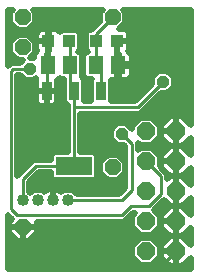
<source format=gbl>
G75*
%MOIN*%
%OFA0B0*%
%FSLAX25Y25*%
%IPPOS*%
%LPD*%
%AMOC8*
5,1,8,0,0,1.08239X$1,22.5*
%
%ADD10C,0.04000*%
%ADD11OC8,0.06000*%
%ADD12R,0.03300X0.06300*%
%ADD13R,0.12200X0.06300*%
%ADD14R,0.04134X0.04252*%
%ADD15R,0.05118X0.05906*%
%ADD16OC8,0.05200*%
%ADD17C,0.01000*%
%ADD18OC8,0.04134*%
%ADD19C,0.01969*%
D10*
X0009351Y0026984D03*
X0014351Y0026984D03*
X0019351Y0026984D03*
X0024351Y0026984D03*
D11*
X0050351Y0029984D03*
X0050351Y0019984D03*
X0050351Y0009984D03*
X0060351Y0009984D03*
X0060351Y0019984D03*
X0060351Y0029984D03*
X0060351Y0039984D03*
X0060351Y0049984D03*
X0050351Y0049984D03*
X0050351Y0039984D03*
D12*
X0035451Y0063584D03*
X0026351Y0063584D03*
X0017251Y0063584D03*
D13*
X0026351Y0038384D03*
D14*
X0024796Y0079984D03*
X0017906Y0079984D03*
X0033906Y0079984D03*
X0040796Y0079984D03*
D15*
X0041091Y0071984D03*
X0033611Y0071984D03*
X0025091Y0071984D03*
X0017611Y0071984D03*
D16*
X0009351Y0077984D03*
X0009351Y0087984D03*
X0039351Y0087984D03*
X0039351Y0037984D03*
X0009351Y0017984D03*
D17*
X0009351Y0010984D01*
X0015351Y0004984D01*
X0055351Y0004984D01*
X0060351Y0009984D01*
X0060351Y0019984D01*
X0060351Y0029984D01*
X0060351Y0039984D01*
X0060351Y0049984D01*
X0060351Y0068984D01*
X0057351Y0071984D01*
X0041091Y0071984D01*
X0041091Y0079689D01*
X0045056Y0079689D01*
X0046351Y0080984D01*
X0046351Y0083984D01*
X0041091Y0079689D02*
X0040796Y0079984D01*
X0035851Y0084484D02*
X0039351Y0087984D01*
X0035851Y0084484D02*
X0033906Y0082539D01*
X0033906Y0079984D01*
X0033611Y0079689D01*
X0033611Y0071984D01*
X0035451Y0070144D01*
X0035451Y0063584D01*
X0026351Y0063584D02*
X0026351Y0057984D01*
X0047611Y0057984D01*
X0056056Y0066429D01*
X0042351Y0048984D02*
X0045651Y0045684D01*
X0045651Y0030284D01*
X0042351Y0026984D01*
X0024351Y0026984D01*
X0026351Y0038384D02*
X0013751Y0038384D01*
X0009351Y0033984D01*
X0009351Y0026984D01*
X0005351Y0023984D02*
X0007351Y0021984D01*
X0042351Y0021984D01*
X0045351Y0024984D01*
X0051351Y0024984D01*
X0055351Y0028984D01*
X0055351Y0034984D01*
X0050351Y0039984D01*
X0026351Y0038384D02*
X0026351Y0057984D01*
X0022351Y0056984D02*
X0018351Y0056984D01*
X0017251Y0058084D01*
X0017251Y0063584D01*
X0017251Y0071624D01*
X0017611Y0071984D01*
X0017611Y0079689D01*
X0017906Y0079984D01*
X0018351Y0080429D01*
X0018351Y0084984D01*
X0024796Y0079984D02*
X0025091Y0079689D01*
X0025091Y0071984D01*
X0025091Y0064844D01*
X0026351Y0063584D01*
X0011612Y0070767D02*
X0006134Y0070767D01*
X0005351Y0069984D01*
X0005351Y0023984D01*
D18*
X0022351Y0056984D03*
X0011612Y0070767D03*
X0018351Y0084984D03*
X0042351Y0048984D03*
X0056056Y0066429D03*
X0046351Y0083984D03*
D19*
X0004304Y0022084D02*
X0004304Y0003968D01*
X0065296Y0003968D01*
X0065296Y0007880D01*
X0062416Y0005000D01*
X0060367Y0005000D01*
X0060367Y0009968D01*
X0060335Y0009968D01*
X0060335Y0005000D01*
X0058286Y0005000D01*
X0055367Y0007920D01*
X0055367Y0009968D01*
X0060335Y0009968D01*
X0060335Y0010000D01*
X0055367Y0010000D01*
X0055367Y0012049D01*
X0058286Y0014968D01*
X0060335Y0014968D01*
X0060335Y0010000D01*
X0060367Y0010000D01*
X0060367Y0014968D01*
X0062416Y0014968D01*
X0065296Y0012088D01*
X0065296Y0017880D01*
X0062416Y0015000D01*
X0060367Y0015000D01*
X0060367Y0019968D01*
X0060335Y0019968D01*
X0060335Y0015000D01*
X0058286Y0015000D01*
X0055367Y0017920D01*
X0055367Y0019968D01*
X0060335Y0019968D01*
X0060335Y0020000D01*
X0055367Y0020000D01*
X0055367Y0022049D01*
X0058286Y0024968D01*
X0060335Y0024968D01*
X0060335Y0020000D01*
X0060367Y0020000D01*
X0060367Y0024968D01*
X0062416Y0024968D01*
X0065296Y0022088D01*
X0065296Y0027880D01*
X0062416Y0025000D01*
X0060367Y0025000D01*
X0060367Y0029968D01*
X0060335Y0029968D01*
X0060335Y0025000D01*
X0058286Y0025000D01*
X0056300Y0026986D01*
X0053435Y0024121D01*
X0053066Y0023752D01*
X0054935Y0021883D01*
X0054935Y0018085D01*
X0052250Y0015400D01*
X0048452Y0015400D01*
X0045767Y0018085D01*
X0045767Y0021883D01*
X0046784Y0022900D01*
X0046214Y0022900D01*
X0044435Y0021121D01*
X0043214Y0019900D01*
X0013918Y0019900D01*
X0013935Y0019883D01*
X0013935Y0017984D01*
X0009351Y0017984D01*
X0009351Y0017984D01*
X0009351Y0013400D01*
X0007452Y0013400D01*
X0004767Y0016085D01*
X0004767Y0017984D01*
X0009351Y0017984D01*
X0009351Y0013400D01*
X0011250Y0013400D01*
X0013935Y0016085D01*
X0013935Y0017984D01*
X0009351Y0017984D01*
X0009351Y0017984D01*
X0009351Y0017984D01*
X0004767Y0017984D01*
X0004767Y0019883D01*
X0005636Y0020752D01*
X0004488Y0021900D01*
X0004304Y0022084D01*
X0004304Y0021654D02*
X0004733Y0021654D01*
X0004767Y0019687D02*
X0004304Y0019687D01*
X0004304Y0017720D02*
X0004767Y0017720D01*
X0005099Y0015753D02*
X0004304Y0015753D01*
X0004304Y0013786D02*
X0007066Y0013786D01*
X0009351Y0013786D02*
X0009351Y0013786D01*
X0009351Y0015753D02*
X0009351Y0015753D01*
X0009351Y0017720D02*
X0009351Y0017720D01*
X0011636Y0013786D02*
X0047670Y0013786D01*
X0048452Y0014568D02*
X0045767Y0011883D01*
X0045767Y0008085D01*
X0048452Y0005400D01*
X0052250Y0005400D01*
X0054935Y0008085D01*
X0054935Y0011883D01*
X0052250Y0014568D01*
X0048452Y0014568D01*
X0048099Y0015753D02*
X0013603Y0015753D01*
X0013935Y0017720D02*
X0046132Y0017720D01*
X0045767Y0019687D02*
X0013935Y0019687D01*
X0019351Y0026984D02*
X0019351Y0030968D01*
X0018959Y0030968D01*
X0018189Y0030815D01*
X0017464Y0030515D01*
X0016811Y0030079D01*
X0016568Y0029836D01*
X0016381Y0030023D01*
X0015064Y0030568D01*
X0013638Y0030568D01*
X0012321Y0030023D01*
X0011851Y0029553D01*
X0011435Y0029969D01*
X0011435Y0033121D01*
X0014614Y0036300D01*
X0018667Y0036300D01*
X0018667Y0034578D01*
X0019595Y0033650D01*
X0033107Y0033650D01*
X0034035Y0034578D01*
X0034035Y0042190D01*
X0033107Y0043118D01*
X0028435Y0043118D01*
X0028435Y0055900D01*
X0048474Y0055900D01*
X0049695Y0057121D01*
X0055352Y0062778D01*
X0057568Y0062778D01*
X0059707Y0064917D01*
X0059707Y0067941D01*
X0057568Y0070080D01*
X0054543Y0070080D01*
X0052405Y0067941D01*
X0052405Y0065726D01*
X0046748Y0060068D01*
X0038685Y0060068D01*
X0038685Y0067047D01*
X0040796Y0067047D01*
X0040796Y0071689D01*
X0041386Y0071689D01*
X0041386Y0067047D01*
X0043911Y0067047D01*
X0044416Y0067182D01*
X0044869Y0067444D01*
X0045238Y0067813D01*
X0045499Y0068266D01*
X0045634Y0068770D01*
X0045634Y0071689D01*
X0041387Y0071689D01*
X0041387Y0072280D01*
X0041386Y0072280D02*
X0040796Y0072280D01*
X0040796Y0076921D01*
X0040747Y0076921D01*
X0040747Y0079935D01*
X0040845Y0079935D01*
X0040845Y0075874D01*
X0041386Y0075874D01*
X0041386Y0072280D01*
X0041387Y0072280D02*
X0045634Y0072280D01*
X0045634Y0075198D01*
X0045499Y0075703D01*
X0045238Y0076155D01*
X0044869Y0076525D01*
X0044505Y0076735D01*
X0044712Y0077092D01*
X0044847Y0077597D01*
X0044847Y0079935D01*
X0040845Y0079935D01*
X0040845Y0080033D01*
X0044847Y0080033D01*
X0044847Y0082371D01*
X0044712Y0082876D01*
X0044451Y0083329D01*
X0044081Y0083698D01*
X0043629Y0083959D01*
X0043124Y0084094D01*
X0041379Y0084094D01*
X0043535Y0086251D01*
X0043535Y0089717D01*
X0042701Y0090551D01*
X0065296Y0090551D01*
X0065296Y0052088D01*
X0062416Y0054968D01*
X0060367Y0054968D01*
X0060367Y0050000D01*
X0060335Y0050000D01*
X0060335Y0049968D01*
X0060367Y0049968D01*
X0060367Y0045000D01*
X0062416Y0045000D01*
X0065296Y0047880D01*
X0065296Y0042088D01*
X0062416Y0044968D01*
X0060367Y0044968D01*
X0060367Y0040000D01*
X0060335Y0040000D01*
X0060335Y0039968D01*
X0060367Y0039968D01*
X0060367Y0035000D01*
X0062416Y0035000D01*
X0065296Y0037880D01*
X0065296Y0032088D01*
X0062416Y0034968D01*
X0060367Y0034968D01*
X0060367Y0030000D01*
X0060335Y0030000D01*
X0060335Y0034968D01*
X0058286Y0034968D01*
X0057435Y0034117D01*
X0057435Y0035848D01*
X0056214Y0037068D01*
X0054935Y0038348D01*
X0054935Y0041883D01*
X0052250Y0044568D01*
X0048452Y0044568D01*
X0047735Y0043852D01*
X0047735Y0046117D01*
X0048452Y0045400D01*
X0052250Y0045400D01*
X0054935Y0048085D01*
X0054935Y0051883D01*
X0052250Y0054568D01*
X0048452Y0054568D01*
X0045767Y0051883D01*
X0045767Y0050732D01*
X0043863Y0052635D01*
X0040839Y0052635D01*
X0038700Y0050497D01*
X0038700Y0047472D01*
X0040839Y0045333D01*
X0043055Y0045333D01*
X0043567Y0044821D01*
X0043567Y0031148D01*
X0041488Y0029068D01*
X0027336Y0029068D01*
X0026381Y0030023D01*
X0025064Y0030568D01*
X0023638Y0030568D01*
X0022321Y0030023D01*
X0022134Y0029836D01*
X0021891Y0030079D01*
X0021238Y0030515D01*
X0020513Y0030815D01*
X0019743Y0030968D01*
X0019351Y0030968D01*
X0019351Y0026984D01*
X0019351Y0026984D01*
X0019351Y0027555D02*
X0019351Y0027555D01*
X0019351Y0029522D02*
X0019351Y0029522D01*
X0018667Y0035424D02*
X0013738Y0035424D01*
X0011771Y0033456D02*
X0043567Y0033456D01*
X0043567Y0031489D02*
X0011435Y0031489D01*
X0007843Y0035424D02*
X0007435Y0035424D01*
X0007435Y0035016D02*
X0007435Y0068683D01*
X0008533Y0068683D01*
X0010100Y0067116D01*
X0013125Y0067116D01*
X0013643Y0067634D01*
X0013761Y0067516D01*
X0013752Y0067500D01*
X0013617Y0066995D01*
X0013617Y0063584D01*
X0013617Y0060173D01*
X0013752Y0059668D01*
X0014013Y0059216D01*
X0014383Y0058846D01*
X0014835Y0058585D01*
X0015340Y0058450D01*
X0017251Y0058450D01*
X0017251Y0063584D01*
X0017251Y0063584D01*
X0017251Y0058450D01*
X0019162Y0058450D01*
X0019667Y0058585D01*
X0020119Y0058846D01*
X0020489Y0059216D01*
X0020750Y0059668D01*
X0020885Y0060173D01*
X0020885Y0063584D01*
X0017251Y0063584D01*
X0013617Y0063584D01*
X0017251Y0063584D01*
X0017251Y0063584D01*
X0017251Y0063584D01*
X0020885Y0063584D01*
X0020885Y0066995D01*
X0020842Y0067157D01*
X0020936Y0067182D01*
X0021388Y0067444D01*
X0021634Y0067689D01*
X0021876Y0067447D01*
X0023007Y0067447D01*
X0023007Y0063981D01*
X0023117Y0063871D01*
X0023117Y0059778D01*
X0024045Y0058850D01*
X0024267Y0058850D01*
X0024267Y0043118D01*
X0019595Y0043118D01*
X0018667Y0042190D01*
X0018667Y0040468D01*
X0012888Y0040468D01*
X0007435Y0035016D01*
X0007435Y0037391D02*
X0009810Y0037391D01*
X0011777Y0039358D02*
X0007435Y0039358D01*
X0007435Y0041325D02*
X0018667Y0041325D01*
X0024267Y0043292D02*
X0007435Y0043292D01*
X0007435Y0045259D02*
X0024267Y0045259D01*
X0024267Y0047226D02*
X0007435Y0047226D01*
X0007435Y0049193D02*
X0024267Y0049193D01*
X0024267Y0051160D02*
X0007435Y0051160D01*
X0007435Y0053127D02*
X0024267Y0053127D01*
X0024267Y0055094D02*
X0007435Y0055094D01*
X0007435Y0057061D02*
X0024267Y0057061D01*
X0023867Y0059028D02*
X0020301Y0059028D01*
X0020885Y0060995D02*
X0023117Y0060995D01*
X0023117Y0062962D02*
X0020885Y0062962D01*
X0020885Y0064929D02*
X0023007Y0064929D01*
X0023007Y0066896D02*
X0020885Y0066896D01*
X0017251Y0062962D02*
X0017251Y0062962D01*
X0017251Y0060995D02*
X0017251Y0060995D01*
X0017251Y0059028D02*
X0017251Y0059028D01*
X0014201Y0059028D02*
X0007435Y0059028D01*
X0007435Y0060995D02*
X0013617Y0060995D01*
X0013617Y0062962D02*
X0007435Y0062962D01*
X0007435Y0064929D02*
X0013617Y0064929D01*
X0013617Y0066896D02*
X0007435Y0066896D01*
X0004304Y0071885D02*
X0004304Y0090551D01*
X0006001Y0090551D01*
X0005167Y0089717D01*
X0005167Y0086251D01*
X0007618Y0083800D01*
X0011084Y0083800D01*
X0013535Y0086251D01*
X0013535Y0089717D01*
X0012701Y0090551D01*
X0036001Y0090551D01*
X0035167Y0089717D01*
X0035167Y0086748D01*
X0033767Y0085348D01*
X0032114Y0083694D01*
X0031183Y0083694D01*
X0030255Y0082766D01*
X0030255Y0077202D01*
X0030936Y0076521D01*
X0030396Y0076521D01*
X0029468Y0075593D01*
X0029468Y0068375D01*
X0030396Y0067447D01*
X0032274Y0067447D01*
X0032217Y0067390D01*
X0032217Y0060068D01*
X0029585Y0060068D01*
X0029585Y0067390D01*
X0028917Y0068058D01*
X0029234Y0068375D01*
X0029234Y0075593D01*
X0028306Y0076521D01*
X0027766Y0076521D01*
X0028447Y0077202D01*
X0028447Y0082766D01*
X0027519Y0083694D01*
X0022073Y0083694D01*
X0021614Y0083236D01*
X0021561Y0083329D01*
X0021191Y0083698D01*
X0020739Y0083959D01*
X0020234Y0084094D01*
X0017955Y0084094D01*
X0017955Y0080034D01*
X0017857Y0080034D01*
X0017857Y0084094D01*
X0015578Y0084094D01*
X0015073Y0083959D01*
X0014621Y0083698D01*
X0014251Y0083329D01*
X0013990Y0082876D01*
X0013855Y0082371D01*
X0013855Y0080033D01*
X0017857Y0080033D01*
X0017857Y0079935D01*
X0017955Y0079935D01*
X0017955Y0076921D01*
X0017906Y0076921D01*
X0017906Y0072280D01*
X0017316Y0072280D01*
X0017316Y0075874D01*
X0017857Y0075874D01*
X0017857Y0079935D01*
X0013855Y0079935D01*
X0013855Y0077597D01*
X0013990Y0077092D01*
X0014197Y0076735D01*
X0013833Y0076525D01*
X0013464Y0076155D01*
X0013203Y0075703D01*
X0013068Y0075198D01*
X0013068Y0074418D01*
X0011702Y0074418D01*
X0013535Y0076251D01*
X0013535Y0079717D01*
X0011084Y0082168D01*
X0007618Y0082168D01*
X0005167Y0079717D01*
X0005167Y0076251D01*
X0007618Y0073800D01*
X0009482Y0073800D01*
X0008533Y0072851D01*
X0005270Y0072851D01*
X0004304Y0071885D01*
X0004304Y0072797D02*
X0005216Y0072797D01*
X0004304Y0074764D02*
X0006654Y0074764D01*
X0005167Y0076731D02*
X0004304Y0076731D01*
X0004304Y0078698D02*
X0005167Y0078698D01*
X0004304Y0080665D02*
X0006114Y0080665D01*
X0004304Y0082632D02*
X0013925Y0082632D01*
X0013855Y0080665D02*
X0012588Y0080665D01*
X0013535Y0078698D02*
X0013855Y0078698D01*
X0013535Y0076731D02*
X0014190Y0076731D01*
X0013068Y0074764D02*
X0012048Y0074764D01*
X0017316Y0074764D02*
X0017906Y0074764D01*
X0017857Y0076731D02*
X0017906Y0076731D01*
X0017857Y0078698D02*
X0017955Y0078698D01*
X0017955Y0080665D02*
X0017857Y0080665D01*
X0017857Y0082632D02*
X0017955Y0082632D01*
X0013535Y0086566D02*
X0034985Y0086566D01*
X0035167Y0088533D02*
X0013535Y0088533D01*
X0012753Y0090500D02*
X0035949Y0090500D01*
X0033018Y0084599D02*
X0011883Y0084599D01*
X0006819Y0084599D02*
X0004304Y0084599D01*
X0004304Y0086566D02*
X0005167Y0086566D01*
X0005167Y0088533D02*
X0004304Y0088533D01*
X0004304Y0090500D02*
X0005949Y0090500D01*
X0017316Y0072797D02*
X0017906Y0072797D01*
X0027976Y0076731D02*
X0030726Y0076731D01*
X0030255Y0078698D02*
X0028447Y0078698D01*
X0028447Y0080665D02*
X0030255Y0080665D01*
X0030255Y0082632D02*
X0028447Y0082632D01*
X0029234Y0074764D02*
X0029468Y0074764D01*
X0029468Y0072797D02*
X0029234Y0072797D01*
X0029234Y0070830D02*
X0029468Y0070830D01*
X0029468Y0068863D02*
X0029234Y0068863D01*
X0029585Y0066896D02*
X0032217Y0066896D01*
X0032217Y0064929D02*
X0029585Y0064929D01*
X0029585Y0062962D02*
X0032217Y0062962D01*
X0032217Y0060995D02*
X0029585Y0060995D01*
X0028435Y0055094D02*
X0065296Y0055094D01*
X0065296Y0057061D02*
X0049635Y0057061D01*
X0051602Y0059028D02*
X0065296Y0059028D01*
X0065296Y0060995D02*
X0053569Y0060995D01*
X0051608Y0064929D02*
X0038685Y0064929D01*
X0038685Y0066896D02*
X0052405Y0066896D01*
X0053326Y0068863D02*
X0045634Y0068863D01*
X0045634Y0070830D02*
X0065296Y0070830D01*
X0065296Y0068863D02*
X0058786Y0068863D01*
X0059707Y0066896D02*
X0065296Y0066896D01*
X0065296Y0064929D02*
X0059707Y0064929D01*
X0057752Y0062962D02*
X0065296Y0062962D01*
X0060335Y0054968D02*
X0058286Y0054968D01*
X0055367Y0052049D01*
X0055367Y0050000D01*
X0060335Y0050000D01*
X0060335Y0054968D01*
X0060335Y0053127D02*
X0060367Y0053127D01*
X0060335Y0051160D02*
X0060367Y0051160D01*
X0060335Y0049968D02*
X0055367Y0049968D01*
X0055367Y0047920D01*
X0058286Y0045000D01*
X0060335Y0045000D01*
X0060335Y0049968D01*
X0060335Y0049193D02*
X0060367Y0049193D01*
X0060335Y0047226D02*
X0060367Y0047226D01*
X0060335Y0045259D02*
X0060367Y0045259D01*
X0060335Y0044968D02*
X0058286Y0044968D01*
X0055367Y0042049D01*
X0055367Y0040000D01*
X0060335Y0040000D01*
X0060335Y0044968D01*
X0060335Y0043292D02*
X0060367Y0043292D01*
X0060335Y0041325D02*
X0060367Y0041325D01*
X0060335Y0039968D02*
X0055367Y0039968D01*
X0055367Y0037920D01*
X0058286Y0035000D01*
X0060335Y0035000D01*
X0060335Y0039968D01*
X0060335Y0039358D02*
X0060367Y0039358D01*
X0060335Y0037391D02*
X0060367Y0037391D01*
X0060335Y0035424D02*
X0060367Y0035424D01*
X0060335Y0033456D02*
X0060367Y0033456D01*
X0060335Y0031489D02*
X0060367Y0031489D01*
X0060335Y0029522D02*
X0060367Y0029522D01*
X0060335Y0027555D02*
X0060367Y0027555D01*
X0060335Y0025588D02*
X0060367Y0025588D01*
X0060335Y0023621D02*
X0060367Y0023621D01*
X0060335Y0021654D02*
X0060367Y0021654D01*
X0060335Y0019687D02*
X0060367Y0019687D01*
X0060335Y0017720D02*
X0060367Y0017720D01*
X0060335Y0015753D02*
X0060367Y0015753D01*
X0060335Y0013786D02*
X0060367Y0013786D01*
X0060335Y0011819D02*
X0060367Y0011819D01*
X0060335Y0009852D02*
X0060367Y0009852D01*
X0060335Y0007885D02*
X0060367Y0007885D01*
X0060335Y0005918D02*
X0060367Y0005918D01*
X0063334Y0005918D02*
X0065296Y0005918D01*
X0065296Y0013786D02*
X0063598Y0013786D01*
X0063169Y0015753D02*
X0065296Y0015753D01*
X0065296Y0017720D02*
X0065136Y0017720D01*
X0065296Y0023621D02*
X0063763Y0023621D01*
X0063004Y0025588D02*
X0065296Y0025588D01*
X0065296Y0027555D02*
X0064971Y0027555D01*
X0065296Y0033456D02*
X0063928Y0033456D01*
X0062839Y0035424D02*
X0065296Y0035424D01*
X0065296Y0037391D02*
X0064806Y0037391D01*
X0065296Y0043292D02*
X0064092Y0043292D01*
X0065296Y0045259D02*
X0062674Y0045259D01*
X0064641Y0047226D02*
X0065296Y0047226D01*
X0065296Y0053127D02*
X0064257Y0053127D01*
X0058028Y0045259D02*
X0047735Y0045259D01*
X0043129Y0045259D02*
X0028435Y0045259D01*
X0028435Y0047226D02*
X0038946Y0047226D01*
X0038700Y0049193D02*
X0028435Y0049193D01*
X0028435Y0051160D02*
X0039363Y0051160D01*
X0045339Y0051160D02*
X0045767Y0051160D01*
X0047010Y0053127D02*
X0028435Y0053127D01*
X0028435Y0043292D02*
X0043567Y0043292D01*
X0043567Y0041325D02*
X0041928Y0041325D01*
X0041084Y0042168D02*
X0037618Y0042168D01*
X0035167Y0039717D01*
X0035167Y0036251D01*
X0037618Y0033800D01*
X0041084Y0033800D01*
X0043535Y0036251D01*
X0043535Y0039717D01*
X0041084Y0042168D01*
X0043535Y0039358D02*
X0043567Y0039358D01*
X0043535Y0037391D02*
X0043567Y0037391D01*
X0043567Y0035424D02*
X0042708Y0035424D01*
X0041942Y0029522D02*
X0026882Y0029522D01*
X0034035Y0035424D02*
X0035994Y0035424D01*
X0035167Y0037391D02*
X0034035Y0037391D01*
X0034035Y0039358D02*
X0035167Y0039358D01*
X0034035Y0041325D02*
X0036774Y0041325D01*
X0038685Y0060995D02*
X0047674Y0060995D01*
X0049641Y0062962D02*
X0038685Y0062962D01*
X0040796Y0068863D02*
X0041386Y0068863D01*
X0041386Y0070830D02*
X0040796Y0070830D01*
X0040796Y0072797D02*
X0041386Y0072797D01*
X0041386Y0074764D02*
X0040796Y0074764D01*
X0040796Y0076731D02*
X0040845Y0076731D01*
X0040845Y0078698D02*
X0040747Y0078698D01*
X0044847Y0078698D02*
X0065296Y0078698D01*
X0065296Y0080665D02*
X0044847Y0080665D01*
X0044777Y0082632D02*
X0065296Y0082632D01*
X0065296Y0084599D02*
X0041883Y0084599D01*
X0043535Y0086566D02*
X0065296Y0086566D01*
X0065296Y0088533D02*
X0043535Y0088533D01*
X0042753Y0090500D02*
X0065296Y0090500D01*
X0065296Y0076731D02*
X0044512Y0076731D01*
X0045634Y0074764D02*
X0065296Y0074764D01*
X0065296Y0072797D02*
X0045634Y0072797D01*
X0053692Y0053127D02*
X0056445Y0053127D01*
X0055367Y0051160D02*
X0054935Y0051160D01*
X0054935Y0049193D02*
X0055367Y0049193D01*
X0056061Y0047226D02*
X0054075Y0047226D01*
X0053527Y0043292D02*
X0056610Y0043292D01*
X0055367Y0041325D02*
X0054935Y0041325D01*
X0054935Y0039358D02*
X0055367Y0039358D01*
X0055892Y0037391D02*
X0055896Y0037391D01*
X0057435Y0035424D02*
X0057863Y0035424D01*
X0057698Y0025588D02*
X0054903Y0025588D01*
X0053197Y0023621D02*
X0056939Y0023621D01*
X0055367Y0021654D02*
X0054935Y0021654D01*
X0054935Y0019687D02*
X0055367Y0019687D01*
X0055566Y0017720D02*
X0054570Y0017720D01*
X0052603Y0015753D02*
X0057533Y0015753D01*
X0057104Y0013786D02*
X0053032Y0013786D01*
X0054935Y0011819D02*
X0055367Y0011819D01*
X0055367Y0009852D02*
X0054935Y0009852D01*
X0054735Y0007885D02*
X0055401Y0007885D01*
X0057368Y0005918D02*
X0052768Y0005918D01*
X0047934Y0005918D02*
X0004304Y0005918D01*
X0004304Y0007885D02*
X0045967Y0007885D01*
X0045767Y0009852D02*
X0004304Y0009852D01*
X0004304Y0011819D02*
X0045767Y0011819D01*
X0045767Y0021654D02*
X0044969Y0021654D01*
M02*

</source>
